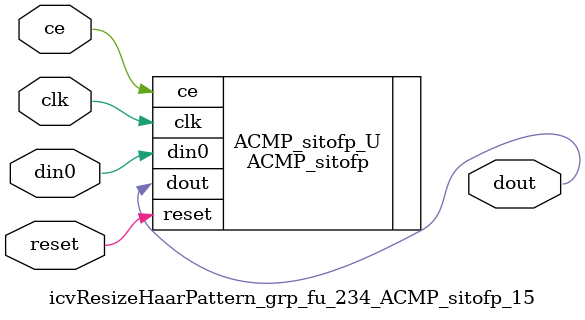
<source format=v>

`timescale 1 ns / 1 ps
module icvResizeHaarPattern_grp_fu_234_ACMP_sitofp_15(
    clk,
    reset,
    ce,
    din0,
    dout);

parameter ID = 32'd1;
parameter NUM_STAGE = 32'd1;
parameter din0_WIDTH = 32'd1;
parameter dout_WIDTH = 32'd1;
input clk;
input reset;
input ce;
input[din0_WIDTH - 1:0] din0;
output[dout_WIDTH - 1:0] dout;



ACMP_sitofp #(
.ID( ID ),
.NUM_STAGE( 4 ),
.din0_WIDTH( din0_WIDTH ),
.dout_WIDTH( dout_WIDTH ))
ACMP_sitofp_U(
    .clk( clk ),
    .reset( reset ),
    .ce( ce ),
    .din0( din0 ),
    .dout( dout ));

endmodule

</source>
